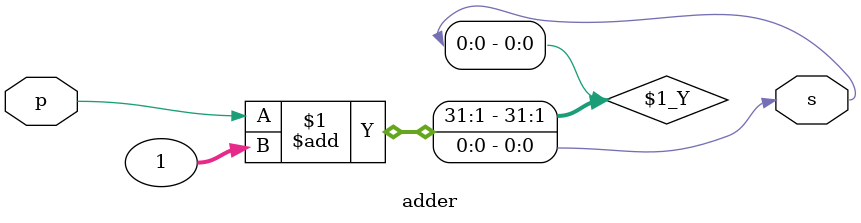
<source format=v>
module brentkung32(
input [31:0] a,b ,
input cin,
output [31:0] sum,
output cout,
output [31:0] c


);
genvar i,k,h,n,o,j,l,m,s;
wire[31:0] g,p;
wire[15:0]  g2b,p2b;
wire[7:0] g3b,p3b;
wire[3:0] g4b,p4b;
wire[1:0] g5b,p5b;
//wire [30:0] c
wire g6b,p6b;
assign g=a&b;
assign p=a^b;
generate

for(j=0;j<16;j=j+1)
begin:division16
g2bits ga(g[2*j+1:2*j],p[2*j+1],g2b[j]);
p2bits pa(p[2*j+1:2*j],p2b[j]);
 end

for(l=0;l<8;l=l+1)
begin:division8
g2bits gb(g2b[2*l+1:2*l],p2b[2*l+1],g3b[l]);
p2bits pb(p2b[2*l+1:2*l],p3b[l]);

end
for(m=0;m<4;m=m+1)
begin:division4
g2bits gc(g3b[2*m+1:2*m],p3b[2*m+1],g4b[m]);
p2bits pc(p3b[2*m+1:2*m],p4b[m]);

end

for(s=0;s<2;s=s+1)
begin:division2
g2bits gd(g4b[2*s+1:2*s],p4b[2*s+1],g5b[s]);
p2bits pd (p4b[2*s+1:2*s],p5b[s]);

end
endgenerate
g2bits ge(g5b[1:0],p5b[1],g6b);
p2bits pe(p5b[1:0],p6b);
assign  c[0]=cin;

assign cout= g6b|(p6b&cin);
assign c[16]=g5b[0]|(p5b[0]&cin);
assign c[8]=g4b[0]|(p4b[0]&cin);
assign c[4]=g3b[0]|(p3b[0]&cin);
assign c[2]=g2b[0]|(p2b[0]&cin);
assign c[1]=g[0]|(p[0]&cin);
assign c[12]=g3b[2]|(p3b[2]&c[8]);
assign c[20]=g3b[4]|(p3b[4]&c[16]);
assign c[3]=g[2]|(p[2]&c[2]);
assign c[24]=g4b[2]|(p4b[2]&c[16]);
assign c[28]=g3b[6]|(p3b[6]&c[24]);
assign c[6]=g2b[2]|(p2b[2]&c[4]);
assign c[10]=g2b[4]|(p2b[4]&c[8]);
assign c[14]=g2b[6]|(p2b[6]&c[12]);
assign c[18]=g2b[8]|(p2b[8]&c[16]);
assign c[22]=g2b[10]|(p2b[10]&c[20]);
assign c[26]=g2b[12]|(p2b[12]&c[24]);
assign c[30]=g2b[14]|(p2b[14]&c[28]);
assign c[5]=g[4]|(p[4]&c[4]);
assign c[7]=g[6]|(p[6]&c[6]);
assign c[9]=g[8]|(p[8]&c[8]);
assign c[11]=g[10]|(p[10]&c[10]);
assign c[13]=g[12]|(p[12]&c[12]);
assign c[15]=g[14]|(p[14]&c[14]);
assign c[17]=g[16]|(p[16]&c[16]);
assign c[19]=g[18]|(p[18]&c[18]);
assign c[21]=g[20]|(p[20]&c[20]);
assign c[23]=g[22]|(p[22]&c[22]);
assign c[25]=g[24]|(p[24]&c[24]);
assign c[27]=g[26]|(p[26]&c[26]);
assign c[29]=g[28]|(p[28]&c[28]);
assign c[31]=g[30]|(p[30]&c[30]);

assign sum=a^b^{c[30:0],cin};
endmodule
module g2bits(
input [1:0] g2,
input p2,
output   g2o
);
assign g2o=g2[1]|(g2[0]&p2);
endmodule
module p2bits(
input [1:0] p2,
output  p2o
);
assign p2o=p2[1]&p2[0];
endmodule
module adder(
input p,
output s
);
assign s=p+1;
endmodule
</source>
